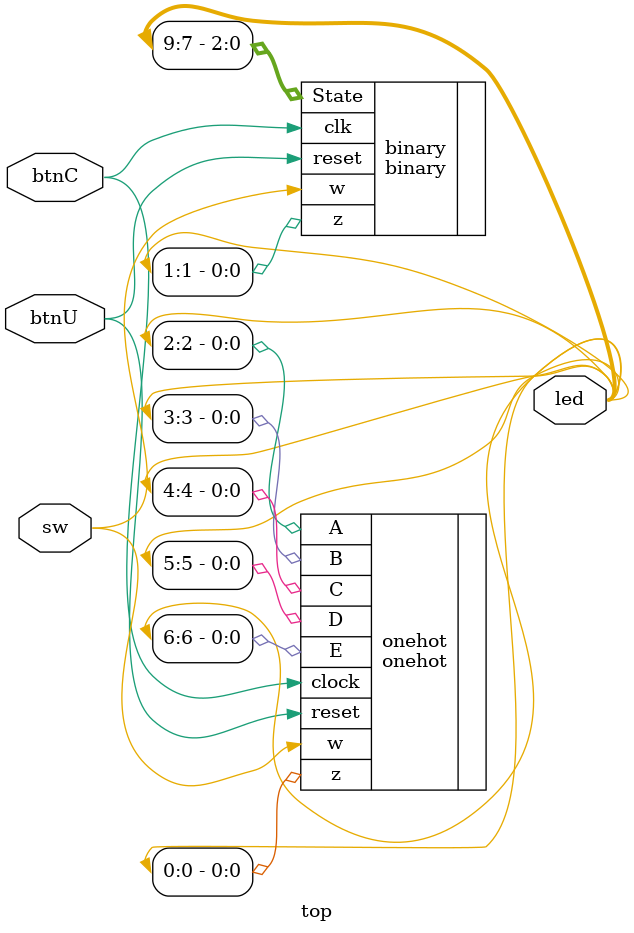
<source format=v>
module top(
    input sw, // w
    output [9:0] led, // see IO table
    input btnC, // clk
    input btnU // reset
);

    // Hook up binary and one-hot state machines
onehot onehot (
    .w(sw),
    .clock(btnC),
    .reset(btnU),
    .z(led[0]),
    .A(led[2]),
    .B(led[3]),
    .C(led[4]),
    .D(led[5]),
    .E(led[6])
);

binary binary (
    .w(sw),
    .clk(btnC),
    .z(led[1]),
    .State(led[9:7]),
    .reset(btnU)
);
endmodule
</source>
